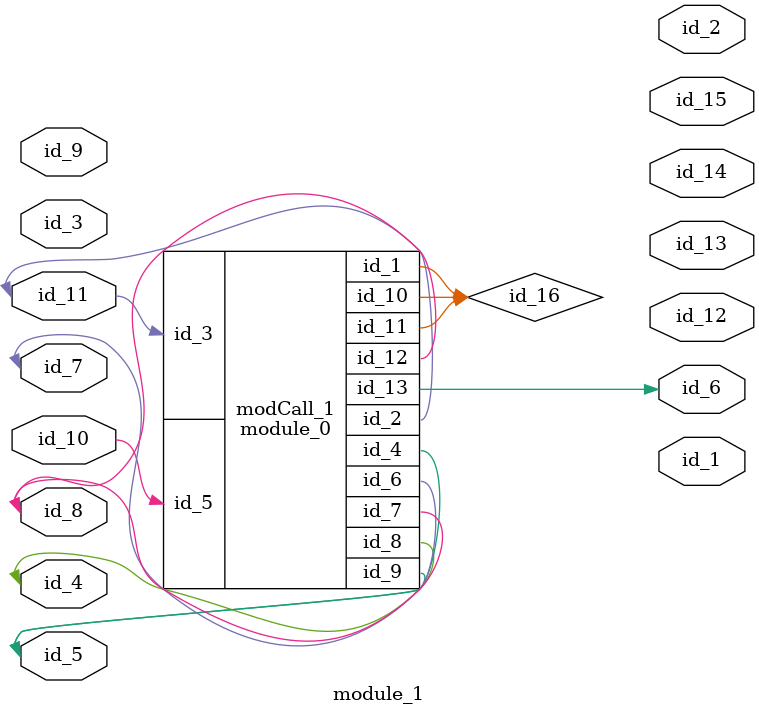
<source format=v>
module module_0 (
    id_1,
    id_2,
    id_3,
    id_4,
    id_5,
    id_6,
    id_7,
    id_8,
    id_9,
    id_10,
    id_11,
    id_12,
    id_13
);
  output wire id_13;
  output wire id_12;
  inout wire id_11;
  inout wire id_10;
  inout wire id_9;
  inout wire id_8;
  inout wire id_7;
  inout wire id_6;
  input wire id_5;
  inout wire id_4;
  input wire id_3;
  output wire id_2;
  inout wire id_1;
endmodule
module module_1 (
    id_1,
    id_2,
    id_3,
    id_4,
    id_5,
    id_6,
    id_7,
    id_8,
    id_9,
    id_10,
    id_11,
    id_12,
    id_13,
    id_14,
    id_15
);
  output wire id_15;
  output wire id_14;
  output wire id_13;
  output wire id_12;
  inout wire id_11;
  input wire id_10;
  inout wire id_9;
  inout wire id_8;
  inout wire id_7;
  output wire id_6;
  inout wire id_5;
  inout wire id_4;
  input wire id_3;
  output wire id_2;
  output wire id_1;
  wire id_16;
  module_0 modCall_1 (
      id_16,
      id_11,
      id_11,
      id_5,
      id_10,
      id_7,
      id_8,
      id_4,
      id_5,
      id_16,
      id_16,
      id_8,
      id_6
  );
endmodule

</source>
